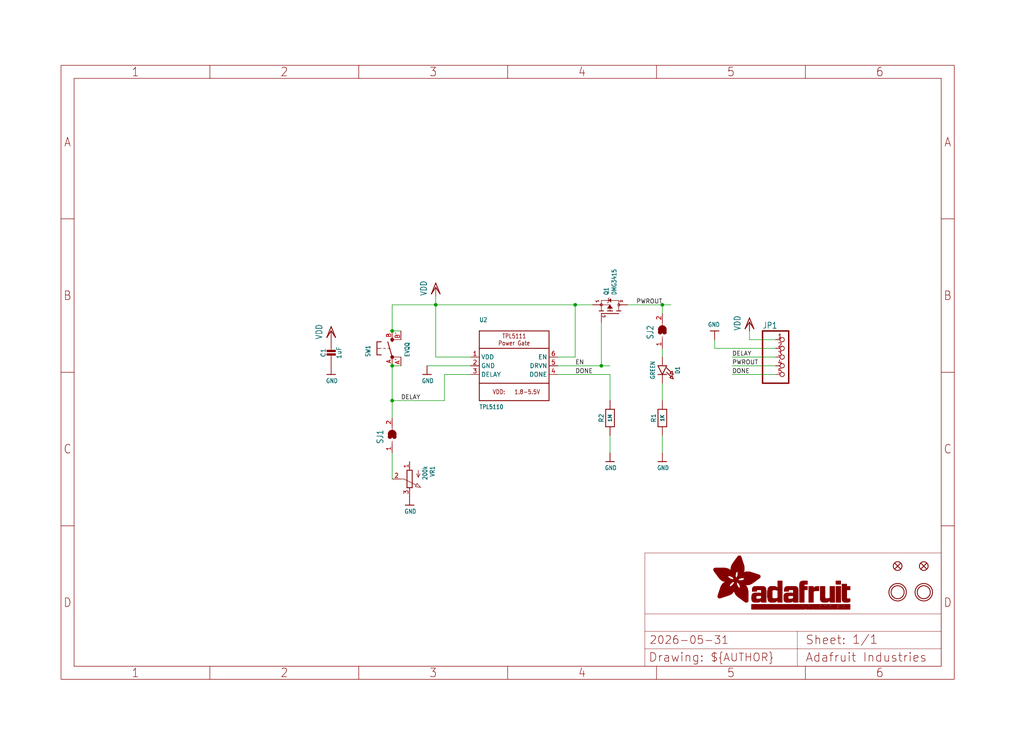
<source format=kicad_sch>
(kicad_sch (version 20230121) (generator eeschema)
  (paper "User" 298.45 217.322)
  (lib_symbols
    (symbol "working-eagle-import:CAP_CERAMIC0805-NOOUTLINE"
      (property "Reference" "C" (at -2.29 1.25 90))
      (symbol "CAP_CERAMIC0805-NOOUTLINE_1_0"
        (pin passive line (at 0 5.08 270) (length 2.54) (name "1") (number "1"))
        (pin passive line (at 0 -2.54 90) (length 2.54) (name "2") (number "2"))
      )
    )
    (symbol "working-eagle-import:FIDUCIAL{dblquote}{dblquote}")
    (symbol "working-eagle-import:FRAME_A4_ADAFRUIT"
      (symbol "FRAME_A4_ADAFRUIT_1_0"
        (text "${#}/${##}" (at 230.505 10.16 0) (effects (font (size 2.54 2.54)) (justify left bottom)))
        (text "${AUTHOR}" (at 189.23 5.08 0) (effects (font (size 2.286 2.286)) (justify left bottom)))
        (text "${CURRENT_DATE}" (at 171.45 10.16 0) (effects (font (size 2.286 2.286)) (justify left bottom)))
        (text "${PROJECTNAME}" (at 171.45 15.24 0) (effects (font (size 2.54 2.54)) (justify left bottom)))
        (text "1" (at 21.6958 1.905 0) (effects (font (size 2.54 2.286))))
        (text "1" (at 21.6958 177.165 0) (effects (font (size 2.54 2.286))))
        (text "2" (at 65.0875 1.905 0) (effects (font (size 2.54 2.286))))
        (text "2" (at 65.0875 177.165 0) (effects (font (size 2.54 2.286))))
        (text "3" (at 108.4792 1.905 0) (effects (font (size 2.54 2.286))))
        (text "3" (at 108.4792 177.165 0) (effects (font (size 2.54 2.286))))
        (text "4" (at 151.8708 1.905 0) (effects (font (size 2.54 2.286))))
        (text "4" (at 151.8708 177.165 0) (effects (font (size 2.54 2.286))))
        (text "5" (at 195.2625 1.905 0) (effects (font (size 2.54 2.286))))
        (text "5" (at 195.2625 177.165 0) (effects (font (size 2.54 2.286))))
        (text "6" (at 238.6542 1.905 0) (effects (font (size 2.54 2.286))))
        (text "6" (at 238.6542 177.165 0) (effects (font (size 2.54 2.286))))
        (text "A" (at 1.905 156.6863 0) (effects (font (size 2.54 2.286))))
        (text "A" (at 258.445 156.6863 0) (effects (font (size 2.54 2.286))))
        (text "Adafruit Industries" (at 216.916 4.953 0) (effects (font (size 2.54 2.54)) (justify left bottom)))
        (text "B" (at 1.905 111.9188 0) (effects (font (size 2.54 2.286))))
        (text "B" (at 258.445 111.9188 0) (effects (font (size 2.54 2.286))))
        (text "C" (at 1.905 67.1513 0) (effects (font (size 2.54 2.286))))
        (text "C" (at 258.445 67.1513 0) (effects (font (size 2.54 2.286))))
        (text "D" (at 1.905 22.3838 0) (effects (font (size 2.54 2.286))))
        (text "D" (at 258.445 22.3838 0) (effects (font (size 2.54 2.286))))
        (text "Drawing:" (at 171.196 4.953 0) (effects (font (size 2.54 2.54)) (justify left bottom)))
        (text "Sheet:" (at 216.916 10.033 0) (effects (font (size 2.54 2.54)) (justify left bottom)))
      )
    )
    (symbol "working-eagle-import:GND" (power)
      (property "Value" "GND" (at -1.524 -2.54 0))
      (symbol "GND_1_0"
        (pin power_in line (at 0 2.54 270) (length 2.54) (name "GND") (number "1"))
      )
    )
    (symbol "working-eagle-import:HEADER-1X570MIL"
      (property "Reference" "JP" (at -6.35 8.255 0))
      (symbol "HEADER-1X570MIL_1_0"
        (pin passive inverted (at -2.54 5.08 0) (length 2.54) (name "1") (number "1"))
        (pin passive inverted (at -2.54 2.54 0) (length 2.54) (name "2") (number "2"))
        (pin passive inverted (at -2.54 0 0) (length 2.54) (name "3") (number "3"))
        (pin passive inverted (at -2.54 -2.54 0) (length 2.54) (name "4") (number "4"))
        (pin passive inverted (at -2.54 -5.08 0) (length 2.54) (name "5") (number "5"))
      )
    )
    (symbol "working-eagle-import:LED0805_NOOUTLINE"
      (property "Reference" "D" (at -1.27 4.445 0))
      (symbol "LED0805_NOOUTLINE_1_0"
        (pin passive line (at -5.08 0 0) (length 2.54) (name "A") (number "A"))
        (pin passive line (at 2.54 0 180) (length 2.54) (name "C") (number "C"))
      )
    )
    (symbol "working-eagle-import:MOSFET-PWIDE"
      (property "Reference" "Q" (at 2.794 0.381 0))
      (symbol "MOSFET-PWIDE_1_0"
        (text "D" (at 0.635 -3.81 0) (effects (font (size 0.8128 0.6908)) (justify left bottom)))
        (text "G" (at -3.81 1.27 0) (effects (font (size 0.8128 0.6908)) (justify left bottom)))
        (text "S" (at 0.635 3.175 0) (effects (font (size 0.8128 0.6908)) (justify left bottom)))
        (pin passive line (at -5.08 2.54 0) (length 2.54) (name "G") (number "1"))
        (pin passive line (at 0 5.08 270) (length 2.54) (name "S") (number "2"))
        (pin passive line (at 0 -5.08 90) (length 2.54) (name "D") (number "3"))
      )
    )
    (symbol "working-eagle-import:MOUNTINGHOLE2.5")
    (symbol "working-eagle-import:RESISTOR0805_NOOUTLINE"
      (property "Reference" "R" (at 0 2.54 0))
      (symbol "RESISTOR0805_NOOUTLINE_1_0"
        (pin passive line (at -5.08 0 0) (length 2.54) (name "1") (number "1"))
        (pin passive line (at 5.08 0 180) (length 2.54) (name "2") (number "2"))
      )
    )
    (symbol "working-eagle-import:SOLDERJUMPERCLOSED"
      (property "Reference" "SJ" (at -2.54 2.54 0))
      (symbol "SOLDERJUMPERCLOSED_1_0"
        (pin passive line (at -5.08 0 0) (length 2.54) (name "1") (number "1"))
        (pin passive line (at 5.08 0 180) (length 2.54) (name "2") (number "2"))
      )
    )
    (symbol "working-eagle-import:SWITCH_TACT_SMT_EVQQ2_SMALL"
      (property "Reference" "SW" (at -2.54 6.35 0))
      (symbol "SWITCH_TACT_SMT_EVQQ2_SMALL_1_0"
        (pin passive line (at -5.08 0 0) (length 2.54) (name "P") (number "A"))
        (pin passive line (at -5.08 -2.54 0) (length 2.54) (name "P1") (number "A'"))
        (pin passive line (at 5.08 0 180) (length 2.54) (name "S") (number "B"))
        (pin passive line (at 5.08 -2.54 180) (length 2.54) (name "S1") (number "B'"))
      )
    )
    (symbol "working-eagle-import:TPL5111"
      (property "Reference" "U" (at -10.16 12.7 0))
      (symbol "TPL5111_1_0"
        (text "1.8-5.5V" (at 0 -7.62 0) (effects (font (size 1.27 1.0795)) (justify left)))
        (text "TPL5111\nPower Gate" (at 0 7.62 0) (effects (font (size 1.27 1.0795))))
        (text "VDD:" (at -2.54 -7.62 0) (effects (font (size 1.27 1.0795)) (justify right)))
        (pin power_in line (at -12.7 2.54 0) (length 2.54) (name "VDD") (number "1"))
        (pin power_in line (at -12.7 0 0) (length 2.54) (name "GND") (number "2"))
        (pin input line (at -12.7 -2.54 0) (length 2.54) (name "DELAY") (number "3"))
        (pin input line (at 12.7 -2.54 180) (length 2.54) (name "DONE") (number "4"))
        (pin output line (at 12.7 0 180) (length 2.54) (name "DRVN") (number "5"))
        (pin input line (at 12.7 2.54 180) (length 2.54) (name "EN") (number "6"))
      )
    )
    (symbol "working-eagle-import:TRIMPOTTC33X-2"
      (property "Reference" "VR" (at -5.969 -3.81 90))
      (symbol "TRIMPOTTC33X-2_1_0"
        (pin passive line (at 0 -5.08 90) (length 2.54) (name "A") (number "1"))
        (pin passive line (at 5.08 0 180) (length 2.54) (name "S") (number "2"))
        (pin passive line (at 0 5.08 270) (length 2.54) (name "E") (number "3"))
      )
    )
    (symbol "working-eagle-import:VDD" (power)
      (property "Value" "VDD" (at -2.54 -2.54 90))
      (symbol "VDD_1_0"
        (pin power_in line (at 0 -2.54 90) (length 2.54) (name "VDD") (number "1"))
      )
    )
  )
  (junction (at 175.26 106.68))
  (junction (at 167.64 88.9))
  (junction (at 114.3 96.52))
  (junction (at 114.3 116.84))
  (junction (at 114.3 106.68))
  (junction (at 193.04 88.9))
  (junction (at 127 88.9))
  (wire (pts (xy 208.28 101.6) (xy 208.28 99.06)) (stroke (width 0.1524)))
  (wire (pts (xy 167.64 88.9) (xy 127 88.9)) (stroke (width 0.1524)))
  (wire (pts (xy 137.16 104.14) (xy 127 104.14)) (stroke (width 0.1524)))
  (wire (pts (xy 193.04 104.14) (xy 193.04 101.6)) (stroke (width 0.1524)))
  (wire (pts (xy 226.06 109.22) (xy 213.36 109.22)) (stroke (width 0.1524)))
  (wire (pts (xy 226.06 101.6) (xy 208.28 101.6)) (stroke (width 0.1524)))
  (wire (pts (xy 177.8 132.08) (xy 177.8 127)) (stroke (width 0.1524)))
  (wire (pts (xy 193.04 116.84) (xy 193.04 111.76)) (stroke (width 0.1524)))
  (wire (pts (xy 162.56 104.14) (xy 167.64 104.14)) (stroke (width 0.1524)))
  (wire (pts (xy 129.54 109.22) (xy 137.16 109.22)) (stroke (width 0.1524)))
  (wire (pts (xy 114.3 121.92) (xy 114.3 116.84)) (stroke (width 0.1524)))
  (wire (pts (xy 127 104.14) (xy 127 88.9)) (stroke (width 0.1524)))
  (wire (pts (xy 177.8 109.22) (xy 162.56 109.22)) (stroke (width 0.1524)))
  (wire (pts (xy 175.26 106.68) (xy 177.8 106.68)) (stroke (width 0.1524)))
  (wire (pts (xy 193.04 91.44) (xy 193.04 88.9)) (stroke (width 0.1524)))
  (wire (pts (xy 129.54 116.84) (xy 129.54 109.22)) (stroke (width 0.1524)))
  (wire (pts (xy 167.64 104.14) (xy 167.64 88.9)) (stroke (width 0.1524)))
  (wire (pts (xy 226.06 104.14) (xy 213.36 104.14)) (stroke (width 0.1524)))
  (wire (pts (xy 162.56 106.68) (xy 175.26 106.68)) (stroke (width 0.1524)))
  (wire (pts (xy 127 88.9) (xy 127 86.36)) (stroke (width 0.1524)))
  (wire (pts (xy 177.8 109.22) (xy 177.8 116.84)) (stroke (width 0.1524)))
  (wire (pts (xy 114.3 139.7) (xy 114.3 132.08)) (stroke (width 0.1524)))
  (wire (pts (xy 137.16 106.68) (xy 124.46 106.68)) (stroke (width 0.1524)))
  (wire (pts (xy 114.3 96.52) (xy 116.84 96.52)) (stroke (width 0.1524)))
  (wire (pts (xy 114.3 88.9) (xy 127 88.9)) (stroke (width 0.1524)))
  (wire (pts (xy 114.3 106.68) (xy 114.3 116.84)) (stroke (width 0.1524)))
  (wire (pts (xy 226.06 106.68) (xy 213.36 106.68)) (stroke (width 0.1524)))
  (wire (pts (xy 193.04 127) (xy 193.04 132.08)) (stroke (width 0.1524)))
  (wire (pts (xy 116.84 106.68) (xy 114.3 106.68)) (stroke (width 0.1524)))
  (wire (pts (xy 226.06 99.06) (xy 218.44 99.06)) (stroke (width 0.1524)))
  (wire (pts (xy 175.26 93.98) (xy 175.26 106.68)) (stroke (width 0.1524)))
  (wire (pts (xy 172.72 88.9) (xy 167.64 88.9)) (stroke (width 0.1524)))
  (wire (pts (xy 114.3 96.52) (xy 114.3 88.9)) (stroke (width 0.1524)))
  (wire (pts (xy 193.04 88.9) (xy 195.58 88.9)) (stroke (width 0.1524)))
  (wire (pts (xy 114.3 116.84) (xy 129.54 116.84)) (stroke (width 0.1524)))
  (wire (pts (xy 182.88 88.9) (xy 193.04 88.9)) (stroke (width 0.1524)))
  (wire (pts (xy 218.44 99.06) (xy 218.44 96.52)) (stroke (width 0.1524)))
  (label "DONE" (at 167.64 109.22 0) (effects (font (size 1.2446 1.2446))))
  (label "PWROUT" (at 213.36 106.68 0) (effects (font (size 1.2446 1.2446))))
  (label "DELAY" (at 116.84 116.84 0) (effects (font (size 1.2446 1.2446))))
  (label "DONE" (at 213.36 109.22 0) (effects (font (size 1.2446 1.2446))))
  (label "EN" (at 167.64 106.68 0) (effects (font (size 1.2446 1.2446))))
  (label "DELAY" (at 213.36 104.14 0) (effects (font (size 1.2446 1.2446))))
  (label "PWROUT" (at 185.42 88.9 0) (effects (font (size 1.2446 1.2446))))
  (symbol (lib_id "working-eagle-import:VDD") (at 127 83.82 0) (unit 1)
    (property "Reference" "#VDD1" (effects hide))
    (property "Value" "VDD" (at 124.46 86.36 90) (effects (font (size 1.778 1.5113)) (justify left bottom)))
  )
  (symbol (lib_id "working-eagle-import:VDD") (at 218.44 93.98 0) (unit 1)
    (property "Reference" "#VDD2" (effects hide))
    (property "Value" "VDD" (at 215.9 96.52 90) (effects (font (size 1.778 1.5113)) (justify left bottom)))
  )
  (symbol (lib_id "working-eagle-import:RESISTOR0805_NOOUTLINE") (at 177.8 121.92 90) (unit 1)
    (property "Reference" "R2" (at 175.26 121.92 0))
    (property "Value" "1M" (at 177.8 121.92 0) (effects (font (size 1.016 1.016) bold)))
    (property "Footprint" "working:0805-NO" (effects hide))
  )
  (symbol (lib_id "working-eagle-import:GND") (at 193.04 134.62 0) (unit 1)
    (property "Reference" "#U$6" (effects hide))
    (property "Value" "GND" (at 191.516 137.16 0) (effects (font (size 1.27 1.0795)) (justify left bottom)))
  )
  (symbol (lib_id "working-eagle-import:FIDUCIAL{dblquote}{dblquote}") (at 261.62 165.1 0) (unit 1)
    (property "Reference" "FID2" (effects hide))
    (property "Value" "FIDUCIAL{dblquote}{dblquote}" (effects hide))
    (property "Footprint" "working:FIDUCIAL_1MM" (effects hide))
  )
  (symbol (lib_id "working-eagle-import:GND") (at 124.46 109.22 0) (unit 1)
    (property "Reference" "#U$2" (effects hide))
    (property "Value" "GND" (at 122.936 111.76 0) (effects (font (size 1.27 1.0795)) (justify left bottom)))
  )
  (symbol (lib_id "working-eagle-import:HEADER-1X570MIL") (at 228.6 104.14 0) (unit 1)
    (property "Reference" "JP1" (at 222.25 95.885 0) (effects (font (size 1.778 1.5113)) (justify left bottom)))
    (property "Value" "HEADER-1X570MIL" (effects hide))
    (property "Footprint" "working:1X05_ROUND_70" (effects hide))
  )
  (symbol (lib_id "working-eagle-import:MOUNTINGHOLE2.5") (at 261.62 172.72 0) (unit 1)
    (property "Reference" "U$8" (effects hide))
    (property "Value" "MOUNTINGHOLE2.5" (effects hide))
    (property "Footprint" "working:MOUNTINGHOLE_2.5_PLATED" (effects hide))
  )
  (symbol (lib_id "working-eagle-import:SOLDERJUMPERCLOSED") (at 114.3 127 90) (unit 1)
    (property "Reference" "SJ1" (at 111.76 129.54 0) (effects (font (size 1.778 1.5113)) (justify left bottom)))
    (property "Value" "SOLDERJUMPERCLOSED" (effects hide))
    (property "Footprint" "working:SOLDERJUMPER_CLOSEDWIRE" (effects hide))
  )
  (symbol (lib_id "working-eagle-import:FIDUCIAL{dblquote}{dblquote}") (at 269.24 165.1 0) (unit 1)
    (property "Reference" "FID1" (effects hide))
    (property "Value" "FIDUCIAL{dblquote}{dblquote}" (effects hide))
    (property "Footprint" "working:FIDUCIAL_1MM" (effects hide))
  )
  (symbol (lib_id "working-eagle-import:FRAME_A4_ADAFRUIT") (at 17.78 198.12 0) (unit 1)
    (property "Reference" "#U$1" (effects hide))
    (property "Value" "FRAME_A4_ADAFRUIT" (effects hide))
  )
  (symbol (lib_id "working-eagle-import:GND") (at 119.38 147.32 0) (unit 1)
    (property "Reference" "#U$3" (effects hide))
    (property "Value" "GND" (at 117.856 149.86 0) (effects (font (size 1.27 1.0795)) (justify left bottom)))
  )
  (symbol (lib_id "working-eagle-import:MOSFET-PWIDE") (at 177.8 88.9 90) (unit 1)
    (property "Reference" "Q1" (at 177.419 86.106 0) (effects (font (size 1.27 1.0795)) (justify left bottom)))
    (property "Value" "DMG3415" (at 179.705 86.106 0) (effects (font (size 1.27 1.0795)) (justify left bottom)))
    (property "Footprint" "working:SOT23-WIDE" (effects hide))
  )
  (symbol (lib_id "working-eagle-import:MOUNTINGHOLE2.5") (at 269.24 172.72 0) (unit 1)
    (property "Reference" "U$7" (effects hide))
    (property "Value" "MOUNTINGHOLE2.5" (effects hide))
    (property "Footprint" "working:MOUNTINGHOLE_2.5_PLATED" (effects hide))
  )
  (symbol (lib_id "working-eagle-import:LED0805_NOOUTLINE") (at 193.04 109.22 270) (unit 1)
    (property "Reference" "D1" (at 197.485 107.95 0) (effects (font (size 1.27 1.0795))))
    (property "Value" "GREEN" (at 190.246 107.95 0) (effects (font (size 1.27 1.0795))))
    (property "Footprint" "working:CHIPLED_0805_NOOUTLINE" (effects hide))
  )
  (symbol (lib_id "working-eagle-import:RESISTOR0805_NOOUTLINE") (at 193.04 121.92 90) (unit 1)
    (property "Reference" "R1" (at 190.5 121.92 0))
    (property "Value" "1K" (at 193.04 121.92 0) (effects (font (size 1.016 1.016) bold)))
    (property "Footprint" "working:0805-NO" (effects hide))
  )
  (symbol (lib_id "working-eagle-import:GND") (at 177.8 134.62 0) (unit 1)
    (property "Reference" "#U$9" (effects hide))
    (property "Value" "GND" (at 176.276 137.16 0) (effects (font (size 1.27 1.0795)) (justify left bottom)))
  )
  (symbol (lib_id "working-eagle-import:GND") (at 208.28 96.52 180) (unit 1)
    (property "Reference" "#U$4" (effects hide))
    (property "Value" "GND" (at 209.804 93.98 0) (effects (font (size 1.27 1.0795)) (justify left bottom)))
  )
  (symbol (lib_id "working-eagle-import:TPL5111") (at 149.86 106.68 0) (unit 1)
    (property "Reference" "U2" (at 139.7 93.98 0) (effects (font (size 1.27 1.0795)) (justify left bottom)))
    (property "Value" "TPL5110" (at 139.7 119.38 0) (effects (font (size 1.27 1.0795)) (justify left bottom)))
    (property "Footprint" "working:SOT23-6" (effects hide))
  )
  (symbol (lib_id "working-eagle-import:VDD") (at 96.52 96.52 0) (unit 1)
    (property "Reference" "#VDD3" (effects hide))
    (property "Value" "VDD" (at 93.98 99.06 90) (effects (font (size 1.778 1.5113)) (justify left bottom)))
  )
  (symbol (lib_id "working-eagle-import:SOLDERJUMPERCLOSED") (at 193.04 96.52 90) (unit 1)
    (property "Reference" "SJ2" (at 190.5 99.06 0) (effects (font (size 1.778 1.5113)) (justify left bottom)))
    (property "Value" "SOLDERJUMPERCLOSED" (effects hide))
    (property "Footprint" "working:SOLDERJUMPER_CLOSEDWIRE" (effects hide))
  )
  (symbol (lib_id "working-eagle-import:TRIMPOTTC33X-2") (at 119.38 139.7 180) (unit 1)
    (property "Reference" "VR1" (at 125.349 135.89 90) (effects (font (size 1.27 1.0795)) (justify left bottom)))
    (property "Value" "200k" (at 123.19 135.89 90) (effects (font (size 1.27 1.0795)) (justify left bottom)))
    (property "Footprint" "working:TRIMPOT_BOURNS_TC33X-2" (effects hide))
  )
  (symbol (lib_id "working-eagle-import:SWITCH_TACT_SMT_EVQQ2_SMALL") (at 114.3 101.6 90) (unit 1)
    (property "Reference" "SW1" (at 107.95 104.14 0) (effects (font (size 1.27 1.0795)) (justify left bottom)))
    (property "Value" "EVQQ" (at 119.38 104.14 0) (effects (font (size 1.27 1.0795)) (justify left bottom)))
    (property "Footprint" "working:EVQ-Q2_SMALLER" (effects hide))
  )
  (symbol (lib_id "working-eagle-import:GND") (at 96.52 109.22 0) (unit 1)
    (property "Reference" "#U$10" (effects hide))
    (property "Value" "GND" (at 94.996 111.76 0) (effects (font (size 1.27 1.0795)) (justify left bottom)))
  )
  (symbol (lib_id "working-eagle-import:CAP_CERAMIC0805-NOOUTLINE") (at 96.52 104.14 0) (unit 1)
    (property "Reference" "C1" (at 94.23 102.89 90))
    (property "Value" "1uF" (at 98.82 102.89 90))
    (property "Footprint" "working:0805-NO" (effects hide))
  )
)
</source>
